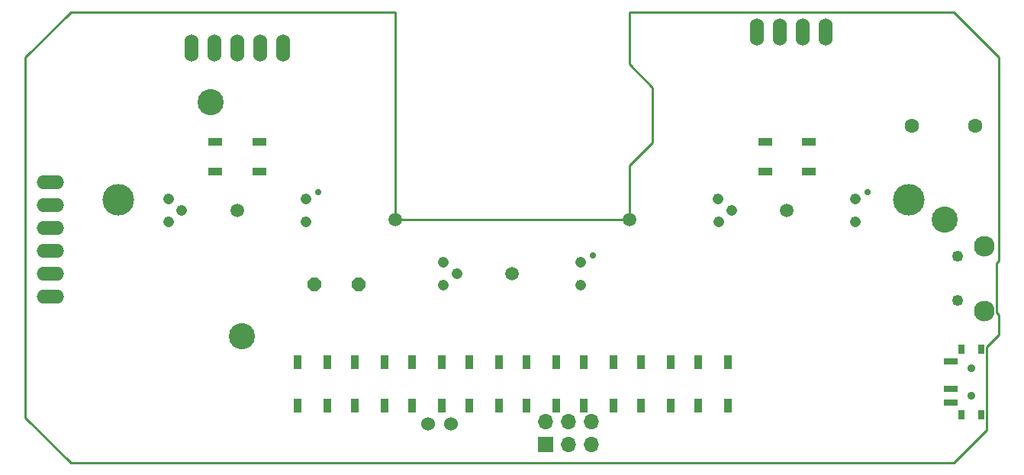
<source format=gbr>
%TF.GenerationSoftware,KiCad,Pcbnew,9.0.0*%
%TF.CreationDate,2025-04-22T12:37:31+01:00*%
%TF.ProjectId,FED3_v7.3,46454433-5f76-4372-9e33-2e6b69636164,rev?*%
%TF.SameCoordinates,Original*%
%TF.FileFunction,Soldermask,Bot*%
%TF.FilePolarity,Negative*%
%FSLAX46Y46*%
G04 Gerber Fmt 4.6, Leading zero omitted, Abs format (unit mm)*
G04 Created by KiCad (PCBNEW 9.0.0) date 2025-04-22 12:37:31*
%MOMM*%
%LPD*%
G01*
G04 APERTURE LIST*
G04 Aperture macros list*
%AMOutline5P*
0 Free polygon, 5 corners , with rotation*
0 The origin of the aperture is its center*
0 number of corners: always 5*
0 $1 to $10 corner X, Y*
0 $11 Rotation angle, in degrees counterclockwise*
0 create outline with 5 corners*
4,1,5,$1,$2,$3,$4,$5,$6,$7,$8,$9,$10,$1,$2,$11*%
%AMOutline6P*
0 Free polygon, 6 corners , with rotation*
0 The origin of the aperture is its center*
0 number of corners: always 6*
0 $1 to $12 corner X, Y*
0 $13 Rotation angle, in degrees counterclockwise*
0 create outline with 6 corners*
4,1,6,$1,$2,$3,$4,$5,$6,$7,$8,$9,$10,$11,$12,$1,$2,$13*%
%AMOutline7P*
0 Free polygon, 7 corners , with rotation*
0 The origin of the aperture is its center*
0 number of corners: always 7*
0 $1 to $14 corner X, Y*
0 $15 Rotation angle, in degrees counterclockwise*
0 create outline with 7 corners*
4,1,7,$1,$2,$3,$4,$5,$6,$7,$8,$9,$10,$11,$12,$13,$14,$1,$2,$15*%
%AMOutline8P*
0 Free polygon, 8 corners , with rotation*
0 The origin of the aperture is its center*
0 number of corners: always 8*
0 $1 to $16 corner X, Y*
0 $17 Rotation angle, in degrees counterclockwise*
0 create outline with 8 corners*
4,1,8,$1,$2,$3,$4,$5,$6,$7,$8,$9,$10,$11,$12,$13,$14,$15,$16,$1,$2,$17*%
G04 Aperture macros list end*
%ADD10O,3.048000X1.524000*%
%ADD11R,1.700000X1.700000*%
%ADD12O,1.700000X1.700000*%
%ADD13C,2.900000*%
%ADD14C,1.500000*%
%ADD15O,1.524000X3.048000*%
%ADD16C,3.500000*%
%ADD17C,1.524000*%
%ADD18C,2.300000*%
%ADD19C,1.250000*%
%ADD20Outline8P,-0.762000X0.315631X-0.315631X0.762000X0.315631X0.762000X0.762000X0.315631X0.762000X-0.315631X0.315631X-0.762000X-0.315631X-0.762000X-0.762000X-0.315631X180.000000*%
%ADD21C,1.600000*%
%ADD22R,1.500000X0.900000*%
%ADD23R,0.900000X1.500000*%
%ADD24C,0.900000*%
%ADD25R,1.500000X0.700000*%
%ADD26R,0.800000X1.000000*%
%ADD27C,0.700000*%
%ADD28C,1.208000*%
%TA.AperFunction,Profile*%
%ADD29C,0.250000*%
%TD*%
G04 APERTURE END LIST*
D10*
%TO.C,SCREEN0*%
X97251100Y-98903600D03*
X97251100Y-101443600D03*
X97251100Y-103983600D03*
X97251100Y-106523600D03*
X97251100Y-109063600D03*
X97251100Y-111603600D03*
%TD*%
D11*
%TO.C,J1*%
X152175000Y-128015000D03*
D12*
X152175000Y-125475000D03*
X154715000Y-128015000D03*
X154715000Y-125475000D03*
X157255000Y-128015000D03*
X157255000Y-125475000D03*
%TD*%
D13*
%TO.C,@HOLE1*%
X196501100Y-103003600D03*
%TD*%
D14*
%TO.C,@HOLE2*%
X161501100Y-103003600D03*
%TD*%
D15*
%TO.C,AUX_I2C0*%
X175691100Y-82225600D03*
X178231100Y-82225600D03*
X180771100Y-82225600D03*
X183311100Y-82225600D03*
%TD*%
D16*
%TO.C,@HOLE4*%
X192545100Y-100793600D03*
%TD*%
D14*
%TO.C,@HOLE2*%
X135501100Y-103003600D03*
%TD*%
D17*
%TO.C,X5*%
X141694300Y-125736400D03*
X139154300Y-125736400D03*
%TD*%
D18*
%TO.C,USB0*%
X200900000Y-113150000D03*
X200900000Y-105950000D03*
D19*
X197900000Y-107125000D03*
X197900000Y-111975000D03*
%TD*%
D13*
%TO.C,@HOLE6*%
X118501100Y-116003600D03*
%TD*%
D16*
%TO.C,@HOLE5*%
X104788100Y-100793600D03*
%TD*%
D20*
%TO.C,BZ1*%
X131459200Y-110180000D03*
X126510000Y-110180000D03*
%TD*%
D15*
%TO.C,MOTOR0*%
X112921100Y-84003600D03*
X115461100Y-84003600D03*
X118001100Y-84003600D03*
X120541100Y-84003600D03*
X123081100Y-84003600D03*
%TD*%
D21*
%TO.C,EXT0*%
X199844300Y-92614800D03*
X192844300Y-92614800D03*
%TD*%
D13*
%TO.C,@HOLE0*%
X115001100Y-90003600D03*
%TD*%
D22*
%TO.C,LED10*%
X176551100Y-97650400D03*
X176551100Y-94350400D03*
X181451100Y-94350400D03*
X181451100Y-97650400D03*
%TD*%
D23*
%TO.C,LED4*%
X153351900Y-123716000D03*
X150051900Y-123716000D03*
X150051900Y-118816000D03*
X153351900Y-118816000D03*
%TD*%
D24*
%TO.C,SW1*%
X199450000Y-119550000D03*
X199450000Y-122550000D03*
D25*
X197200000Y-118800000D03*
X197200000Y-121800000D03*
X197200000Y-123300000D03*
D26*
X198350000Y-117400000D03*
X200550000Y-117400000D03*
X200550000Y-124700000D03*
X198350000Y-124700000D03*
%TD*%
D22*
%TO.C,LED9*%
X115551100Y-97650400D03*
X115551100Y-94350400D03*
X120451100Y-94350400D03*
X120451100Y-97650400D03*
%TD*%
D23*
%TO.C,LED8*%
X127951900Y-123716000D03*
X124651900Y-123716000D03*
X124651900Y-118816000D03*
X127951900Y-118816000D03*
%TD*%
%TO.C,LED3*%
X159701900Y-123716000D03*
X156401900Y-123716000D03*
X156401900Y-118816000D03*
X159701900Y-118816000D03*
%TD*%
%TO.C,LED1*%
X172401900Y-123716000D03*
X169101900Y-123716000D03*
X169101900Y-118816000D03*
X172401900Y-118816000D03*
%TD*%
D27*
%TO.C,PI3*%
X126951100Y-100003600D03*
D14*
X118001100Y-102003600D03*
D28*
X125601100Y-100763600D03*
X125621100Y-103273600D03*
X110401100Y-103303600D03*
X111851100Y-102003600D03*
X110381100Y-100733600D03*
%TD*%
D27*
%TO.C,PI1*%
X187951100Y-100003600D03*
D14*
X179001100Y-102003600D03*
D28*
X186601100Y-100763600D03*
X186621100Y-103273600D03*
X171401100Y-103303600D03*
X172851100Y-102003600D03*
X171381100Y-100733600D03*
%TD*%
D27*
%TO.C,PI2*%
X157451100Y-107003600D03*
D14*
X148501100Y-109003600D03*
D28*
X156101100Y-107763600D03*
X156121100Y-110273600D03*
X140901100Y-110303600D03*
X142351100Y-109003600D03*
X140881100Y-107733600D03*
%TD*%
D23*
%TO.C,LED2*%
X166051900Y-123716000D03*
X162751900Y-123716000D03*
X162751900Y-118816000D03*
X166051900Y-118816000D03*
%TD*%
%TO.C,LED6*%
X140651900Y-123716000D03*
X137351900Y-123716000D03*
X137351900Y-118816000D03*
X140651900Y-118816000D03*
%TD*%
%TO.C,LED7*%
X134301900Y-123716000D03*
X131001900Y-123716000D03*
X131001900Y-118816000D03*
X134301900Y-118816000D03*
%TD*%
%TO.C,LED5*%
X147001900Y-123716000D03*
X143701900Y-123716000D03*
X143701900Y-118816000D03*
X147001900Y-118816000D03*
%TD*%
D29*
X201101100Y-126403600D02*
X201101100Y-117203600D01*
X161501100Y-103003600D02*
X135501100Y-103003600D01*
X161501100Y-80003600D02*
X161501100Y-85751600D01*
X161501100Y-85751600D02*
X164097100Y-88347600D01*
X99501100Y-80003600D02*
X94501100Y-85003600D01*
X202221100Y-107883600D02*
X202501100Y-107603600D01*
X202501100Y-85003600D02*
X197501100Y-80003600D01*
X202221100Y-113323600D02*
X202221100Y-107883600D01*
X202501100Y-107603600D02*
X202501100Y-85003600D01*
X161501100Y-96983600D02*
X161501100Y-103003600D01*
X202501100Y-113603600D02*
X202221100Y-113323600D01*
X135501100Y-103003600D02*
X135501100Y-80003600D01*
X94501100Y-125003600D02*
X99501100Y-130003600D01*
X164097100Y-88347600D02*
X164097100Y-94443600D01*
X197501100Y-130003600D02*
X201101100Y-126403600D01*
X197501100Y-80003600D02*
X161501100Y-80003600D01*
X202501100Y-115803600D02*
X202501100Y-113603600D01*
X94501100Y-85003600D02*
X94501100Y-125003600D01*
X99501100Y-130003600D02*
X197501100Y-130003600D01*
X164097100Y-94443600D02*
X161501100Y-96983600D01*
X201101100Y-117203600D02*
X202501100Y-115803600D01*
X135501100Y-80003600D02*
X99501100Y-80003600D01*
M02*

</source>
